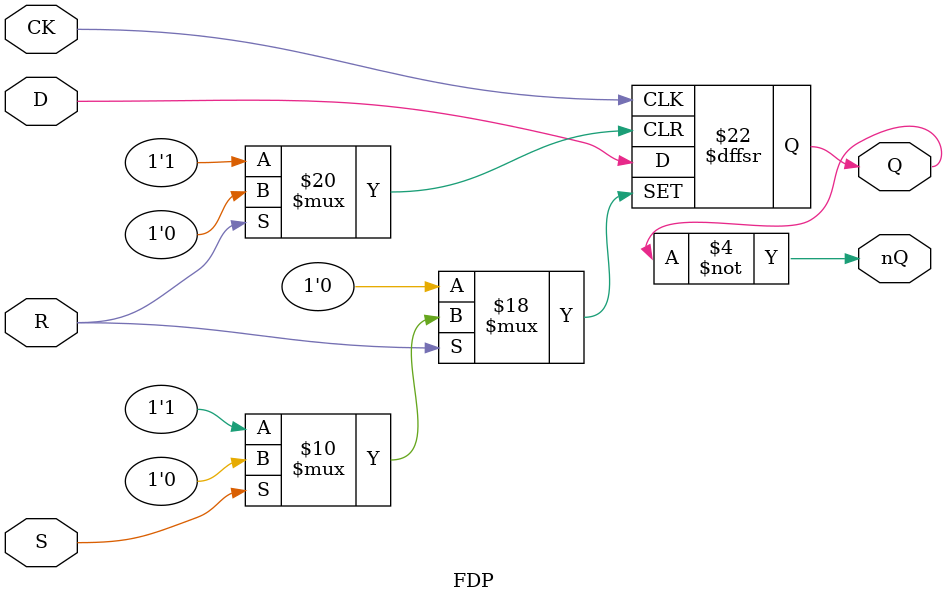
<source format=v>


`timescale 1ns/100ps

module FDP(
	input CK,
	input D,
	input S, R,
	output reg Q = 1'b0,
	output nQ
);

	always @(posedge CK, negedge S, negedge R) begin
		if (!S)
			Q <= 1'b1;	// tmax = 3.0ns
		else if (!R)
			Q <= 1'b0;	// tmax = 2.9ns
		else
			Q <= #1 D;	// tmax = 6.1ns
	end
	
	assign nQ = ~Q;

endmodule

</source>
